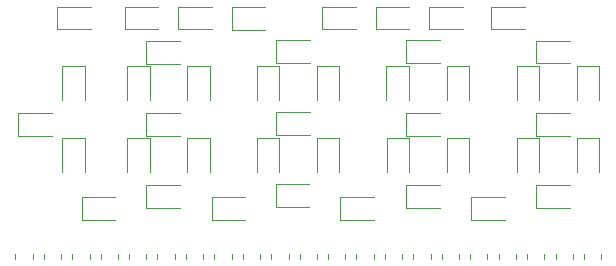
<source format=gbr>
%TF.GenerationSoftware,KiCad,Pcbnew,8.0.5*%
%TF.CreationDate,2024-09-28T22:07:55-04:00*%
%TF.ProjectId,Fluke_LCD,466c756b-655f-44c4-9344-2e6b69636164,rev?*%
%TF.SameCoordinates,Original*%
%TF.FileFunction,Legend,Top*%
%TF.FilePolarity,Positive*%
%FSLAX46Y46*%
G04 Gerber Fmt 4.6, Leading zero omitted, Abs format (unit mm)*
G04 Created by KiCad (PCBNEW 8.0.5) date 2024-09-28 22:07:55*
%MOMM*%
%LPD*%
G01*
G04 APERTURE LIST*
%ADD10C,0.120000*%
G04 APERTURE END LIST*
D10*
%TO.C,D15*%
X212493000Y-143540000D02*
X212493000Y-146400000D01*
X214413000Y-143540000D02*
X212493000Y-143540000D01*
X214413000Y-146400000D02*
X214413000Y-143540000D01*
%TO.C,D7*%
X198073000Y-147534000D02*
X198073000Y-149454000D01*
X198073000Y-149454000D02*
X200933000Y-149454000D01*
X200933000Y-147534000D02*
X198073000Y-147534000D01*
%TO.C,D41*%
X190930000Y-137495000D02*
X190930000Y-140355000D01*
X192850000Y-137495000D02*
X190930000Y-137495000D01*
X192850000Y-140355000D02*
X192850000Y-137495000D01*
%TO.C,D13*%
X209008000Y-147474000D02*
X209008000Y-149394000D01*
X209008000Y-149394000D02*
X211868000Y-149394000D01*
X211868000Y-147474000D02*
X209008000Y-147474000D01*
%TO.C,D22*%
X223493000Y-137481000D02*
X223493000Y-140341000D01*
X225413000Y-137481000D02*
X223493000Y-137481000D01*
X225413000Y-140341000D02*
X225413000Y-137481000D01*
%TO.C,R6*%
X191793000Y-153791064D02*
X191793000Y-153336936D01*
X193263000Y-153791064D02*
X193263000Y-153336936D01*
%TO.C,D3*%
X201513000Y-137490000D02*
X201513000Y-140350000D01*
X203433000Y-137490000D02*
X201513000Y-137490000D01*
X203433000Y-140350000D02*
X203433000Y-137490000D01*
%TO.C,D39*%
X196238000Y-132434000D02*
X196238000Y-134354000D01*
X196238000Y-134354000D02*
X199098000Y-134354000D01*
X199098000Y-132434000D02*
X196238000Y-132434000D01*
%TO.C,D23*%
X223493000Y-143577000D02*
X223493000Y-146437000D01*
X225413000Y-143577000D02*
X223493000Y-143577000D01*
X225413000Y-146437000D02*
X225413000Y-143577000D01*
%TO.C,R38*%
X230303000Y-153791064D02*
X230303000Y-153336936D01*
X231773000Y-153791064D02*
X231773000Y-153336936D01*
%TO.C,R34*%
X225483000Y-153791064D02*
X225483000Y-153336936D01*
X226953000Y-153791064D02*
X226953000Y-153336936D01*
%TO.C,D19*%
X220040000Y-135290000D02*
X220040000Y-137210000D01*
X220040000Y-137210000D02*
X222900000Y-137210000D01*
X222900000Y-135290000D02*
X220040000Y-135290000D01*
%TO.C,D28*%
X231044000Y-141430000D02*
X231044000Y-143350000D01*
X231044000Y-143350000D02*
X233904000Y-143350000D01*
X233904000Y-141430000D02*
X231044000Y-141430000D01*
%TO.C,D34*%
X217488000Y-132434000D02*
X217488000Y-134354000D01*
X217488000Y-134354000D02*
X220348000Y-134354000D01*
X220348000Y-132434000D02*
X217488000Y-132434000D01*
%TO.C,D44*%
X192588000Y-148534000D02*
X192588000Y-150454000D01*
X192588000Y-150454000D02*
X195448000Y-150454000D01*
X195448000Y-148534000D02*
X192588000Y-148534000D01*
%TO.C,D31*%
X234493000Y-143577000D02*
X234493000Y-146437000D01*
X236413000Y-143577000D02*
X234493000Y-143577000D01*
X236413000Y-146437000D02*
X236413000Y-143577000D01*
%TO.C,D4*%
X198073000Y-141438000D02*
X198073000Y-143358000D01*
X198073000Y-143358000D02*
X200933000Y-143358000D01*
X200933000Y-141438000D02*
X198073000Y-141438000D01*
%TO.C,D43*%
X190930000Y-143585000D02*
X190930000Y-146445000D01*
X192850000Y-143585000D02*
X190930000Y-143585000D01*
X192850000Y-146445000D02*
X192850000Y-143585000D01*
%TO.C,R40*%
X232713000Y-153791064D02*
X232713000Y-153336936D01*
X234183000Y-153791064D02*
X234183000Y-153336936D01*
%TO.C,D11*%
X209040000Y-135280000D02*
X209040000Y-137200000D01*
X209040000Y-137200000D02*
X211900000Y-137200000D01*
X211900000Y-135280000D02*
X209040000Y-135280000D01*
%TO.C,D27*%
X231040000Y-135310000D02*
X231040000Y-137230000D01*
X231040000Y-137230000D02*
X233900000Y-137230000D01*
X233900000Y-135310000D02*
X231040000Y-135310000D01*
%TO.C,D33*%
X221988000Y-132434000D02*
X221988000Y-134354000D01*
X221988000Y-134354000D02*
X224848000Y-134354000D01*
X224848000Y-132434000D02*
X221988000Y-132434000D01*
%TO.C,R18*%
X206223000Y-153791064D02*
X206223000Y-153336936D01*
X207693000Y-153791064D02*
X207693000Y-153336936D01*
%TO.C,R12*%
X199013000Y-153791064D02*
X199013000Y-153336936D01*
X200483000Y-153791064D02*
X200483000Y-153336936D01*
%TO.C,R36*%
X227893000Y-153791064D02*
X227893000Y-153336936D01*
X229363000Y-153791064D02*
X229363000Y-153336936D01*
%TO.C,D36*%
X205288000Y-132454000D02*
X205288000Y-134374000D01*
X205288000Y-134374000D02*
X208148000Y-134374000D01*
X208148000Y-132454000D02*
X205288000Y-132454000D01*
%TO.C,D9*%
X207413000Y-137444000D02*
X207413000Y-140304000D01*
X209333000Y-137444000D02*
X207413000Y-137444000D01*
X209333000Y-140304000D02*
X209333000Y-137444000D01*
%TO.C,D42*%
X187188000Y-141474000D02*
X187188000Y-143394000D01*
X187188000Y-143394000D02*
X190048000Y-143394000D01*
X190048000Y-141474000D02*
X187188000Y-141474000D01*
%TO.C,D18*%
X218413000Y-143577000D02*
X218413000Y-146437000D01*
X220333000Y-143577000D02*
X218413000Y-143577000D01*
X220333000Y-146437000D02*
X220333000Y-143577000D01*
%TO.C,R8*%
X194203000Y-153791064D02*
X194203000Y-153336936D01*
X195673000Y-153791064D02*
X195673000Y-153336936D01*
%TO.C,D6*%
X201513000Y-143586000D02*
X201513000Y-146446000D01*
X203433000Y-143586000D02*
X201513000Y-143586000D01*
X203433000Y-146446000D02*
X203433000Y-143586000D01*
%TO.C,R32*%
X223083000Y-153791064D02*
X223083000Y-153336936D01*
X224553000Y-153791064D02*
X224553000Y-153336936D01*
%TO.C,D24*%
X225588000Y-148534000D02*
X225588000Y-150454000D01*
X225588000Y-150454000D02*
X228448000Y-150454000D01*
X228448000Y-148534000D02*
X225588000Y-148534000D01*
%TO.C,D40*%
X190488000Y-132434000D02*
X190488000Y-134354000D01*
X190488000Y-134354000D02*
X193348000Y-134354000D01*
X193348000Y-132434000D02*
X190488000Y-132434000D01*
%TO.C,R1*%
X215863000Y-153791064D02*
X215863000Y-153336936D01*
X217333000Y-153791064D02*
X217333000Y-153336936D01*
%TO.C,D32*%
X227288000Y-132434000D02*
X227288000Y-134354000D01*
X227288000Y-134354000D02*
X230148000Y-134354000D01*
X230148000Y-132434000D02*
X227288000Y-132434000D01*
%TO.C,D2*%
X198073000Y-135342000D02*
X198073000Y-137262000D01*
X198073000Y-137262000D02*
X200933000Y-137262000D01*
X200933000Y-135342000D02*
X198073000Y-135342000D01*
%TO.C,R10*%
X196603000Y-153791064D02*
X196603000Y-153336936D01*
X198073000Y-153791064D02*
X198073000Y-153336936D01*
%TO.C,D35*%
X212938000Y-132434000D02*
X212938000Y-134354000D01*
X212938000Y-134354000D02*
X215798000Y-134354000D01*
X215798000Y-132434000D02*
X212938000Y-132434000D01*
%TO.C,D20*%
X220052500Y-141430000D02*
X220052500Y-143350000D01*
X220052500Y-143350000D02*
X222912500Y-143350000D01*
X222912500Y-141430000D02*
X220052500Y-141430000D01*
%TO.C,D21*%
X220053000Y-147534000D02*
X220053000Y-149454000D01*
X220053000Y-149454000D02*
X222913000Y-149454000D01*
X222913000Y-147534000D02*
X220053000Y-147534000D01*
%TO.C,R42*%
X235113000Y-153791064D02*
X235113000Y-153336936D01*
X236583000Y-153791064D02*
X236583000Y-153336936D01*
%TO.C,R28*%
X218263000Y-153791064D02*
X218263000Y-153336936D01*
X219733000Y-153791064D02*
X219733000Y-153336936D01*
%TO.C,D8*%
X203588000Y-148534000D02*
X203588000Y-150454000D01*
X203588000Y-150454000D02*
X206448000Y-150454000D01*
X206448000Y-148534000D02*
X203588000Y-148534000D01*
%TO.C,D14*%
X212493000Y-137444000D02*
X212493000Y-140304000D01*
X214413000Y-137444000D02*
X212493000Y-137444000D01*
X214413000Y-140304000D02*
X214413000Y-137444000D01*
%TO.C,D26*%
X229413000Y-143577000D02*
X229413000Y-146437000D01*
X231333000Y-143577000D02*
X229413000Y-143577000D01*
X231333000Y-146437000D02*
X231333000Y-143577000D01*
%TO.C,R20*%
X208643000Y-153791064D02*
X208643000Y-153336936D01*
X210113000Y-153791064D02*
X210113000Y-153336936D01*
%TO.C,R14*%
X201423000Y-153791064D02*
X201423000Y-153336936D01*
X202893000Y-153791064D02*
X202893000Y-153336936D01*
%TO.C,D5*%
X196433000Y-143586000D02*
X196433000Y-146446000D01*
X198353000Y-143586000D02*
X196433000Y-143586000D01*
X198353000Y-146446000D02*
X198353000Y-143586000D01*
%TO.C,R16*%
X203833000Y-153791064D02*
X203833000Y-153336936D01*
X205303000Y-153791064D02*
X205303000Y-153336936D01*
%TO.C,R22*%
X211053000Y-153791064D02*
X211053000Y-153336936D01*
X212523000Y-153791064D02*
X212523000Y-153336936D01*
%TO.C,D25*%
X229413000Y-137481000D02*
X229413000Y-140341000D01*
X231333000Y-137481000D02*
X229413000Y-137481000D01*
X231333000Y-140341000D02*
X231333000Y-137481000D01*
%TO.C,D16*%
X214488000Y-148534000D02*
X214488000Y-150454000D01*
X214488000Y-150454000D02*
X217348000Y-150454000D01*
X217348000Y-148534000D02*
X214488000Y-148534000D01*
%TO.C,D17*%
X218400000Y-137450000D02*
X218400000Y-140310000D01*
X220320000Y-137450000D02*
X218400000Y-137450000D01*
X220320000Y-140310000D02*
X220320000Y-137450000D01*
%TO.C,D30*%
X234493000Y-137481000D02*
X234493000Y-140341000D01*
X236413000Y-137481000D02*
X234493000Y-137481000D01*
X236413000Y-140341000D02*
X236413000Y-137481000D01*
%TO.C,D12*%
X209040000Y-141380000D02*
X209040000Y-143300000D01*
X209040000Y-143300000D02*
X211900000Y-143300000D01*
X211900000Y-141380000D02*
X209040000Y-141380000D01*
%TO.C,D1*%
X196433000Y-137490000D02*
X196433000Y-140350000D01*
X198353000Y-137490000D02*
X196433000Y-137490000D01*
X198353000Y-140350000D02*
X198353000Y-137490000D01*
%TO.C,R24*%
X213453000Y-153791064D02*
X213453000Y-153336936D01*
X214923000Y-153791064D02*
X214923000Y-153336936D01*
%TO.C,D38*%
X200738000Y-132434000D02*
X200738000Y-134354000D01*
X200738000Y-134354000D02*
X203598000Y-134354000D01*
X203598000Y-132434000D02*
X200738000Y-132434000D01*
%TO.C,R2*%
X186983000Y-153791064D02*
X186983000Y-153336936D01*
X188453000Y-153791064D02*
X188453000Y-153336936D01*
%TO.C,R30*%
X220673000Y-153791064D02*
X220673000Y-153336936D01*
X222143000Y-153791064D02*
X222143000Y-153336936D01*
%TO.C,D29*%
X231044000Y-147516000D02*
X231044000Y-149436000D01*
X231044000Y-149436000D02*
X233904000Y-149436000D01*
X233904000Y-147516000D02*
X231044000Y-147516000D01*
%TO.C,D10*%
X207413000Y-143549000D02*
X207413000Y-146409000D01*
X209333000Y-143549000D02*
X207413000Y-143549000D01*
X209333000Y-146409000D02*
X209333000Y-143549000D01*
%TO.C,R4*%
X189383000Y-153791064D02*
X189383000Y-153336936D01*
X190853000Y-153791064D02*
X190853000Y-153336936D01*
%TD*%
M02*

</source>
